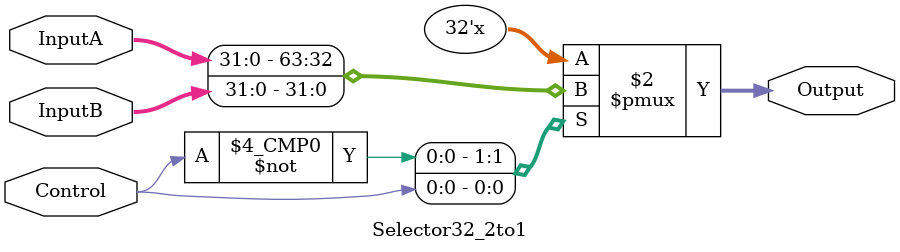
<source format=v>
`timescale 1ns / 1ps

module Selector32_4to1(
	input wire[31:0]InputA,
	input wire[31:0]InputB,
	input wire[31:0]InputC,
	input wire[31:0]InputD,
	input wire[1:0]Control,
	output reg[31:0]Output
    );
always @(*) begin
	case (Control)
		0:Output<=InputA;
		1:Output<=InputB;
		2:Output<=InputC;
		3:Output<=InputD;
	endcase
end
endmodule

module Selector32_2to1(
	input wire[31:0]InputA,
	input wire[31:0]InputB,
	input wire Control,
	output reg[31:0]Output
    );
always @(*) begin
	case (Control)
		0:Output<=InputA;
		1:Output<=InputB;
	endcase
end
endmodule

</source>
